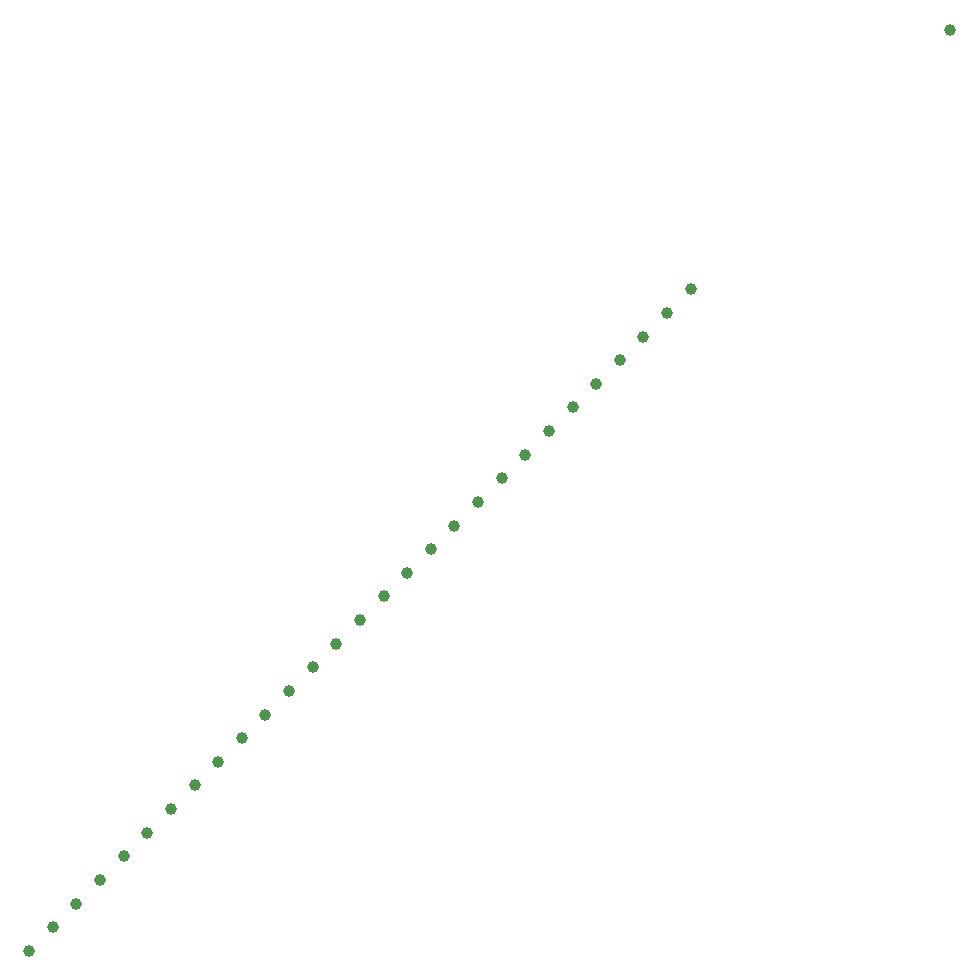
<source format=gbr>
G04 Examples for testing time performance of Gerber parsers*
%FSLAX26Y26*%
%MOMM*%
%ADD10C,1*%
%LPD*%
D10*
X0Y0D03*
X78000000Y78000000D03*
X2000000Y2000000D03*
X4000000Y4000000D03*
X6000000Y6000000D03*
X8000000Y8000000D03*
X10000000Y10000000D03*
X12000000Y12000000D03*
X14000000Y14000000D03*
X16000000Y16000000D03*
X18000000Y18000000D03*
X20000000Y20000000D03*
X22000000Y22000000D03*
X24000000Y24000000D03*
X26000000Y26000000D03*
X28000000Y28000000D03*
X30000000Y30000000D03*
X32000000Y32000000D03*
X34000000Y34000000D03*
X36000000Y36000000D03*
X38000000Y38000000D03*
X40000000Y40000000D03*
X42000000Y42000000D03*
X44000000Y44000000D03*
X46000000Y46000000D03*
X48000000Y48000000D03*
X50000000Y50000000D03*
X52000000Y52000000D03*
X54000000Y54000000D03*
X56000000Y56000000D03*
M02*

</source>
